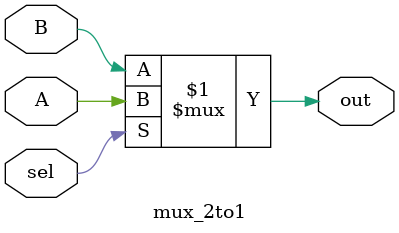
<source format=v>
module mux_2to1 
 ( 
	input  	A,		//   
	input  	B,		// 

	input		sel,		// input select from sel_mux
  
	output 	out
 ); 
  
	assign out = sel ? A : B;	//if sel =1, A  
  					//if sel =0, B 
endmodule

</source>
